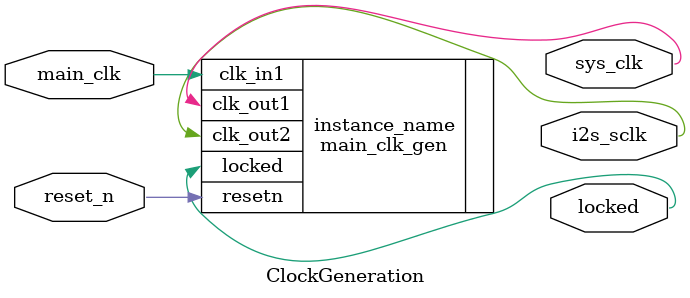
<source format=v>
`timescale 1ns / 1ps


module ClockGeneration(
    input   reset_n,
    input   main_clk,
    output  sys_clk,
    output  i2s_sclk,
    output  locked
);

/*
wire pll_clk;

BUFG BUFG_inst(
    .I  (main_clk),
    .O  (pll_clk)
);
*/
main_clk_gen instance_name (
    // Status and control signals
    .resetn         (reset_n), // input resetn
    .locked         (locked),       // output locked
   // Clock in ports
    .clk_in1        (main_clk),      // input clk_in1
    // Clock out ports
    .clk_out1       (sys_clk),     // output clk_out1
    .clk_out2       (i2s_sclk)     // output clk_out2
);


endmodule

</source>
